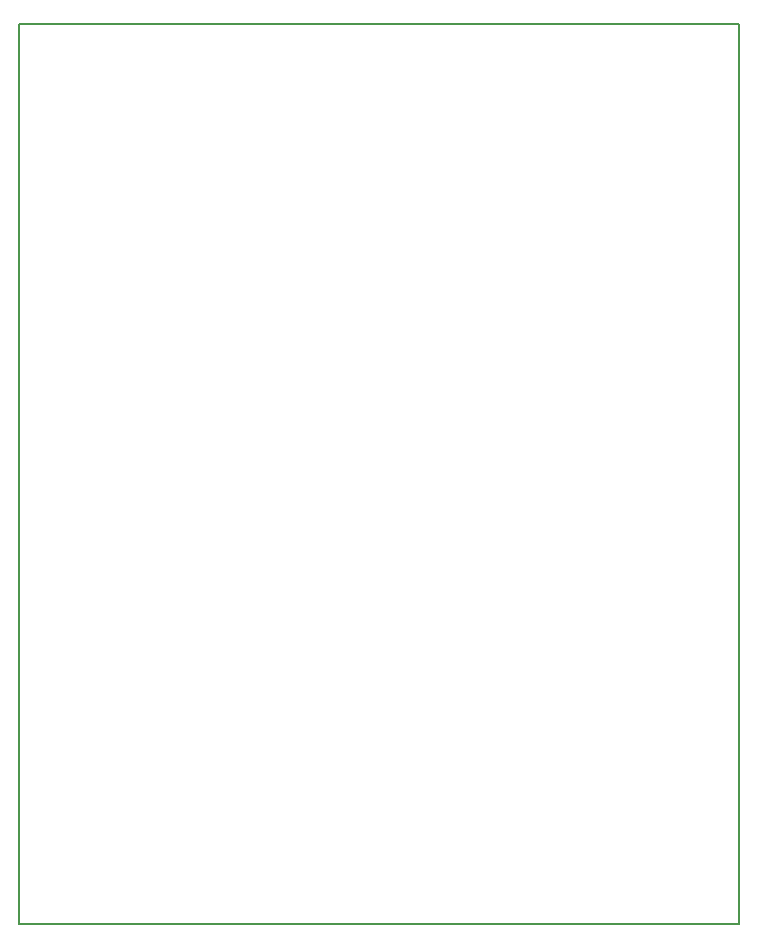
<source format=gbr>
G04 #@! TF.FileFunction,Profile,NP*
%FSLAX46Y46*%
G04 Gerber Fmt 4.6, Leading zero omitted, Abs format (unit mm)*
G04 Created by KiCad (PCBNEW 4.0.2-stable) date 3/31/2017 5:15:40 PM*
%MOMM*%
G01*
G04 APERTURE LIST*
%ADD10C,0.100000*%
%ADD11C,0.150000*%
G04 APERTURE END LIST*
D10*
D11*
X170410000Y-76900000D02*
X170410000Y-153100000D01*
X109450000Y-153100000D02*
X170410000Y-153100000D01*
X109450000Y-76900000D02*
X170410000Y-76900000D01*
X109450000Y-76900000D02*
X109450000Y-153100000D01*
M02*

</source>
